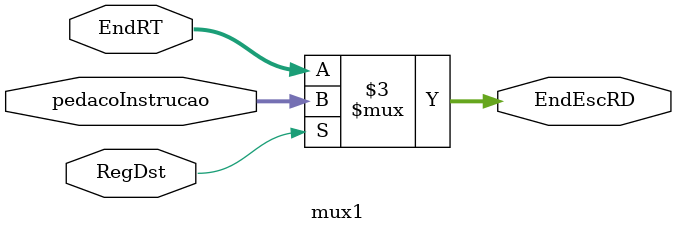
<source format=v>
module mux1(RegDst, EndRT, pedacoInstrucao, EndEscRD);
	input [4:0] EndRT, pedacoInstrucao;
	input RegDst;
	output reg [4:0] EndEscRD;
	
	always @(EndRT or RegDst or pedacoInstrucao) begin
		if(RegDst)
			EndEscRD = pedacoInstrucao;
		else
			EndEscRD = EndRT;
	end
	
endmodule

/*
module simulamux1();
	reg [4:0] EndRT, pedacoInstrucao;
	reg RegDst;
	wire [4:0] EndEscRD;
	
	mux1 inst(RegDst, EndRT, pedacoInstrucao, EndEscRD);
	
	initial begin
		$dumpfile("teste.vcd");
		$dumpvars;
		
		   EndRT = 7; pedacoInstrucao = 8; RegDst = 1;
		#4 EndRT = 31; pedacoInstrucao = 9; RegDst = 0;
		#4 EndRT = 15; pedacoInstrucao = 16; RegDst = 0;
		#4 EndRT = 2; pedacoInstrucao = 17; RegDst = 1;
		#4 EndRT = 29; pedacoInstrucao = 11; RegDst = 1;
		#4 EndRT = 26; pedacoInstrucao = 3; RegDst = 1;
		#4 EndRT = 18; pedacoInstrucao = 7; RegDst = 0;
		#4 EndRT = 9; pedacoInstrucao = 10; RegDst = 1;
		#4 EndRT = 10; pedacoInstrucao = 11; RegDst = 0;
		#4 EndRT = 17; pedacoInstrucao = 13; RegDst = 1;
		
		#3 $finish;
	end
endmodule
*/

</source>
